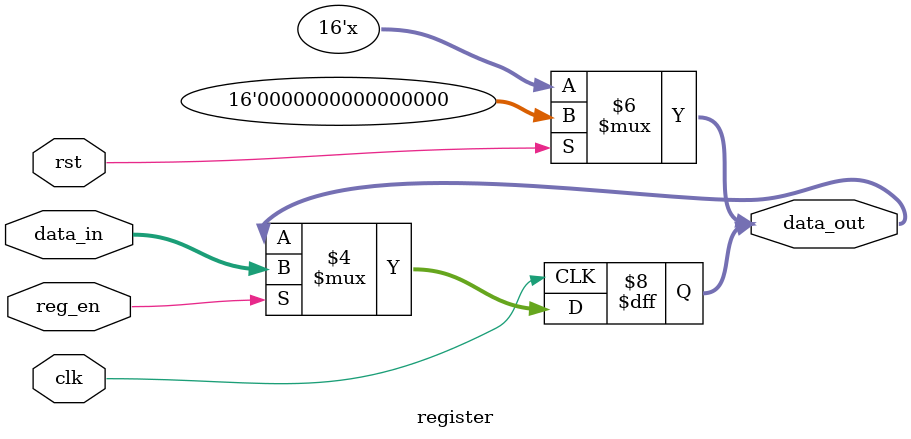
<source format=v>
module register (clk, reg_en, data_in, rst, data_out);
parameter REG_DEPTH = 16; // 16 bits words by default, regs[0:15] 
input clk;
input rst;
input reg_en;
input [REG_DEPTH-1:0] data_in;
output reg [REG_DEPTH-1:0] data_out; 

always @(rst)
begin
	if(rst) begin data_out <= 0; end
end	

always @(posedge clk)
begin
	//data_out <= {REG_DEPTH-1{1'bz}};
	if (reg_en) begin
		data_out <= data_in;
		//data_out <= (wr_rd==0) ? data_out : {REG_DEPTH-1{1'bz}};
	end else
		data_out <= data_out;
end

endmodule

</source>
